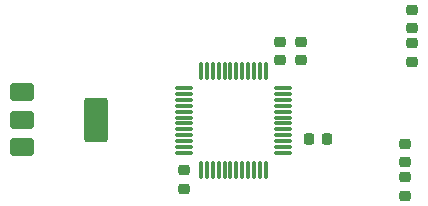
<source format=gbp>
G04 Layer: BottomPasteMaskLayer*
G04 EasyEDA Pro v2.2.27.1, 2024-09-15 10:59:50*
G04 Gerber Generator version 0.3*
G04 Scale: 100 percent, Rotated: No, Reflected: No*
G04 Dimensions in millimeters*
G04 Leading zeros omitted, absolute positions, 3 integers and 5 decimals*
%TF.GenerationSoftware,KiCad,Pcbnew,8.0.5*%
%TF.CreationDate,2024-10-21T18:28:28+08:00*%
%TF.ProjectId,redraw_TH,72656472-6177-45f5-9448-2e6b69636164,rev?*%
%TF.SameCoordinates,Original*%
%TF.FileFunction,Paste,Bot*%
%TF.FilePolarity,Positive*%
%FSLAX46Y46*%
G04 Gerber Fmt 4.6, Leading zero omitted, Abs format (unit mm)*
G04 Created by KiCad (PCBNEW 8.0.5) date 2024-10-21 18:28:28*
%MOMM*%
%LPD*%
G01*
G04 APERTURE LIST*
G04 Aperture macros list*
%AMRoundRect*
0 Rectangle with rounded corners*
0 $1 Rounding radius*
0 $2 $3 $4 $5 $6 $7 $8 $9 X,Y pos of 4 corners*
0 Add a 4 corners polygon primitive as box body*
4,1,4,$2,$3,$4,$5,$6,$7,$8,$9,$2,$3,0*
0 Add four circle primitives for the rounded corners*
1,1,$1+$1,$2,$3*
1,1,$1+$1,$4,$5*
1,1,$1+$1,$6,$7*
1,1,$1+$1,$8,$9*
0 Add four rect primitives between the rounded corners*
20,1,$1+$1,$2,$3,$4,$5,0*
20,1,$1+$1,$4,$5,$6,$7,0*
20,1,$1+$1,$6,$7,$8,$9,0*
20,1,$1+$1,$8,$9,$2,$3,0*%
G04 Aperture macros list end*
%ADD10RoundRect,0.075000X0.662500X0.075000X-0.662500X0.075000X-0.662500X-0.075000X0.662500X-0.075000X0*%
%ADD11RoundRect,0.075000X0.075000X0.662500X-0.075000X0.662500X-0.075000X-0.662500X0.075000X-0.662500X0*%
%ADD12RoundRect,0.250000X-0.750000X-0.500000X0.750000X-0.500000X0.750000X0.500000X-0.750000X0.500000X0*%
%ADD13RoundRect,0.250000X-0.750000X-1.650000X0.750000X-1.650000X0.750000X1.650000X-0.750000X1.650000X0*%
%ADD14RoundRect,0.225000X-0.225000X-0.250000X0.225000X-0.250000X0.225000X0.250000X-0.225000X0.250000X0*%
%ADD15RoundRect,0.225000X-0.250000X0.225000X-0.250000X-0.225000X0.250000X-0.225000X0.250000X0.225000X0*%
%ADD16RoundRect,0.225000X0.250000X-0.225000X0.250000X0.225000X-0.250000X0.225000X-0.250000X-0.225000X0*%
G04 APERTURE END LIST*
D10*
%TO.C,U1*%
X104162500Y-97250000D03*
X104162500Y-97750000D03*
X104162500Y-98250000D03*
X104162500Y-98750000D03*
X104162500Y-99250000D03*
X104162500Y-99750000D03*
X104162500Y-100250000D03*
X104162500Y-100750000D03*
X104162500Y-101250000D03*
X104162500Y-101750000D03*
X104162500Y-102250000D03*
X104162500Y-102750000D03*
D11*
X102750000Y-104162500D03*
X102250000Y-104162500D03*
X101750000Y-104162500D03*
X101250000Y-104162500D03*
X100750000Y-104162500D03*
X100250000Y-104162500D03*
X99750000Y-104162500D03*
X99250000Y-104162500D03*
X98750000Y-104162500D03*
X98250000Y-104162500D03*
X97750000Y-104162500D03*
X97250000Y-104162500D03*
D10*
X95837500Y-102750000D03*
X95837500Y-102250000D03*
X95837500Y-101750000D03*
X95837500Y-101250000D03*
X95837500Y-100750000D03*
X95837500Y-100250000D03*
X95837500Y-99750000D03*
X95837500Y-99250000D03*
X95837500Y-98750000D03*
X95837500Y-98250000D03*
X95837500Y-97750000D03*
X95837500Y-97250000D03*
D11*
X97250000Y-95837500D03*
X97750000Y-95837500D03*
X98250000Y-95837500D03*
X98750000Y-95837500D03*
X99250000Y-95837500D03*
X99750000Y-95837500D03*
X100250000Y-95837500D03*
X100750000Y-95837500D03*
X101250000Y-95837500D03*
X101750000Y-95837500D03*
X102250000Y-95837500D03*
X102750000Y-95837500D03*
%TD*%
D12*
%TO.C,Q1*%
X82105500Y-102230250D03*
D13*
X88405500Y-99930250D03*
D12*
X82105500Y-99930250D03*
X82105500Y-97630250D03*
%TD*%
D14*
%TO.C,C22*%
X106385000Y-101540000D03*
X107935000Y-101540000D03*
%TD*%
D15*
%TO.C,C21*%
X95810000Y-104215000D03*
X95810000Y-105765000D03*
%TD*%
D16*
%TO.C,C20*%
X105710000Y-94875000D03*
X105710000Y-93325000D03*
%TD*%
%TO.C,C19*%
X103950000Y-94865000D03*
X103950000Y-93315000D03*
%TD*%
D15*
%TO.C,C18*%
X115160000Y-93462750D03*
X115160000Y-95012750D03*
%TD*%
D16*
%TO.C,C17*%
X115154500Y-92157250D03*
X115154500Y-90607250D03*
%TD*%
D15*
%TO.C,C16*%
X114500000Y-104822750D03*
X114500000Y-106372750D03*
%TD*%
D16*
%TO.C,C9*%
X114494500Y-103517250D03*
X114494500Y-101967250D03*
%TD*%
M02*

</source>
